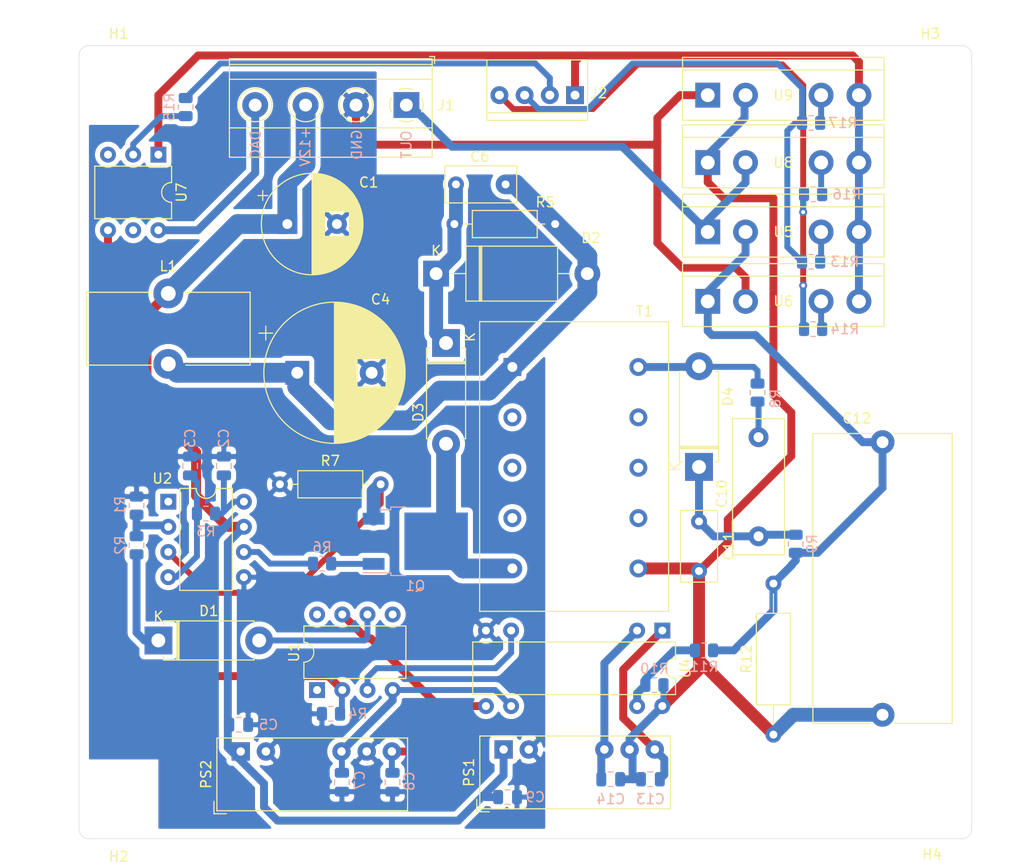
<source format=kicad_pcb>
(kicad_pcb (version 20171130) (host pcbnew "(5.1.10-1-10_14)")
  (layers (0 F.Cu signal) (31 B.Cu signal) (34 B.Paste user) (35 F.Paste user) (36 B.SilkS user) (37 F.SilkS user) (38 B.Mask user) (39 F.Mask user) (44 Edge.Cuts user))
  (net 0 "")
  (net 1 GND)
  (net 2 "Net-(C2-Pad1)")
  (net 3 "Net-(C3-Pad1)")
  (net 4 "Net-(C4-Pad1)")
  (net 5 "Net-(C7-Pad1)")
  (net 6 "Net-(C8-Pad1)")
  (net 7 GND2)
  (net 8 "Net-(C10-Pad1)")
  (net 9 "Net-(C13-Pad1)")
  (net 10 "Net-(C14-Pad1)")
  (net 11 "Net-(D1-Pad2)")
  (net 12 "Net-(D1-Pad1)")
  (net 13 "Net-(D3-Pad2)")
  (net 14 "Net-(D4-Pad2)")
  (net 15 dac_input)
  (net 16 HV_output)
  (net 17 set_negativ)
  (net 18 dac_relay)
  (net 19 common_anode)
  (net 20 set_positive)
  (net 21 "Net-(Q1-Pad3)")
  (net 22 "Net-(Q1-Pad1)")
  (net 23 "Net-(R1-Pad2)")
  (net 24 dac_in)
  (net 25 "Net-(R6-Pad2)")
  (net 26 feedback)
  (net 27 "Net-(R13-Pad1)")
  (net 28 "Net-(R14-Pad2)")
  (net 29 "Net-(R15-Pad2)")
  (net 30 "Net-(R16-Pad1)")
  (net 31 "Net-(U1-Pad3)")
  (net 32 "Net-(C6-Pad2)")
  (net 33 "Net-(C10-Pad2)")
  (net 34 "Net-(C12-Pad1)")
  (net 35 "Net-(R17-Pad2)")
  (net 36 +12V)
  (module Converter_DCDC:Converter_DCDC_XP_POWER-IHxxxxSH_THT (layer F.Cu) (at 136.3 142.2 90)
    (fp_text reference PS2 (at -2.31 -3.49 90) (layer F.SilkS))
    (fp_text value TMV1215D)
    (pad 6 thru_hole circle (at 0 15.24 90) (size 1.85 1.85) (drill 0.85) (layers *.Cu *.Mask) (net 6 "Net-(C8-Pad1)"))
    (pad 5 thru_hole circle (at 0 12.7 90) (size 1.85 1.85) (drill 0.85) (layers *.Cu *.Mask) (net 1 GND))
    (pad 4 thru_hole circle (at 0 10.16 90) (size 1.85 1.85) (drill 0.85) (layers *.Cu *.Mask) (net 5 "Net-(C7-Pad1)"))
    (pad 2 thru_hole circle (at 0 2.54 90) (size 1.85 1.85) (drill 0.85) (layers *.Cu *.Mask) (net 1 GND))
    (pad 1 thru_hole rect (at 0 0 90) (size 1.85 1.85) (drill 0.85) (layers *.Cu *.Mask) (net 36 +12V))
  )
  (module Converter_DCDC:Converter_DCDC_XP_POWER-IHxxxxSH_THT (layer F.Cu) (at 162.8 142 90)
    (fp_text reference PS1 (at -2.31 -3.49 90) (layer F.SilkS))
    (fp_text value TMV1215D)
    (pad 6 thru_hole circle (at 0 15.24 90) (size 1.85 1.85) (drill 0.85) (layers *.Cu *.Mask) (net 9 "Net-(C13-Pad1)"))
    (pad 5 thru_hole circle (at 0 12.7 90) (size 1.85 1.85) (drill 0.85) (layers *.Cu *.Mask) (net 7 GND2))
    (pad 4 thru_hole circle (at 0 10.16 90) (size 1.85 1.85) (drill 0.85) (layers *.Cu *.Mask) (net 10 "Net-(C14-Pad1)"))
    (pad 2 thru_hole circle (at 0 2.54 90) (size 1.85 1.85) (drill 0.85) (layers *.Cu *.Mask) (net 1 GND))
    (pad 1 thru_hole rect (at 0 0 90) (size 1.85 1.85) (drill 0.85) (layers *.Cu *.Mask) (net 36 +12V))
  )
  (module Resistor_SMD:R_0805_2012Metric (layer B.Cu) (at 178 135.5 180)
    (fp_text reference R10 (at 0 1.65) (layer B.SilkS) (effects (justify mirror)))
    (fp_text value "36k 1%")
    (pad 2 smd roundrect (at 0.9125 0 180) (size 1.025 1.4) (layers B.Cu B.Paste B.Mask) (roundrect_rratio 0.2439014634146341) (net 26 feedback))
    (pad 1 smd roundrect (at -0.9125 0 180) (size 1.025 1.4) (layers B.Cu B.Paste B.Mask) (roundrect_rratio 0.2439014634146341) (net 7 GND2))
  )
  (module MountingHole:MountingHole_3.2mm_M3 (layer F.Cu) (at 206 147)
    (fp_text reference H4 (at 0 5.6) (layer F.SilkS))
    (fp_text value MountingHole)
    (pad 1 np_thru_hole circle (at 0 0) (size 3.2 3.2) (drill 3.2) (layers *.Cu *.Mask))
  )
  (module MountingHole:MountingHole_3.2mm_M3 (layer F.Cu) (at 206 75)
    (fp_text reference H3 (at -0.2 -5.2) (layer F.SilkS))
    (fp_text value MountingHole)
    (pad 1 np_thru_hole circle (at 0 0) (size 3.2 3.2) (drill 3.2) (layers *.Cu *.Mask))
  )
  (module MountingHole:MountingHole_3.2mm_M3 (layer F.Cu) (at 124 147)
    (fp_text reference H2 (at 0 5.8) (layer F.SilkS))
    (fp_text value MountingHole)
    (pad 1 np_thru_hole circle (at 0 0) (size 3.2 3.2) (drill 3.2) (layers *.Cu *.Mask))
  )
  (module MountingHole:MountingHole_3.2mm_M3 (layer F.Cu) (at 124 75)
    (fp_text reference H1 (at 0 -5.2) (layer F.SilkS))
    (fp_text value MountingHole)
    (pad 1 np_thru_hole circle (at 0 0) (size 3.2 3.2) (drill 3.2) (layers *.Cu *.Mask))
  )
  (module OptoDevice:i4-PAC (layer F.Cu) (at 191 76)
    (fp_text reference U9 (at 0 0) (layer F.SilkS))
    (fp_text value CPC1977)
    (pad 4 thru_hole circle (at 7.62 0) (size 2.5 2.5) (drill 1.4) (layers *.Cu *.Mask) (net 19 common_anode))
    (pad 3 thru_hole circle (at 3.81 0) (size 2.5 2.5) (drill 1.4) (layers *.Cu *.Mask) (net 35 "Net-(R17-Pad2)"))
    (pad 2 thru_hole circle (at -3.81 0) (size 2.5 2.5) (drill 1.4) (layers *.Cu *.Mask) (net 7 GND2))
    (pad 1 thru_hole rect (at -7.62 0) (size 2.5 2.5) (drill 1.4) (layers *.Cu *.Mask) (net 1 GND))
  )
  (module OptoDevice:i4-PAC (layer F.Cu) (at 191 82.8)
    (fp_text reference U8 (at 0 0) (layer F.SilkS))
    (fp_text value CPC1977)
    (pad 4 thru_hole circle (at 7.62 0) (size 2.5 2.5) (drill 1.4) (layers *.Cu *.Mask) (net 19 common_anode))
    (pad 3 thru_hole circle (at 3.81 0) (size 2.5 2.5) (drill 1.4) (layers *.Cu *.Mask) (net 30 "Net-(R16-Pad1)"))
    (pad 2 thru_hole circle (at -3.81 0) (size 2.5 2.5) (drill 1.4) (layers *.Cu *.Mask) (net 16 HV_output))
    (pad 1 thru_hole rect (at -7.62 0) (size 2.5 2.5) (drill 1.4) (layers *.Cu *.Mask) (net 7 GND2))
  )
  (module Package_DIP:DIP-6_W7.62mm (layer F.Cu) (at 128 82 270)
    (fp_text reference U7 (at 3.81 -2.33 90) (layer F.SilkS))
    (fp_text value PVN012)
    (pad 6 thru_hole oval (at 7.62 0 270) (size 1.6 1.6) (drill 0.8) (layers *.Cu *.Mask) (net 15 dac_input))
    (pad 3 thru_hole oval (at 0 5.08 270) (size 1.6 1.6) (drill 0.8) (layers *.Cu *.Mask))
    (pad 5 thru_hole oval (at 7.62 2.54 270) (size 1.6 1.6) (drill 0.8) (layers *.Cu *.Mask))
    (pad 2 thru_hole oval (at 0 2.54 270) (size 1.6 1.6) (drill 0.8) (layers *.Cu *.Mask) (net 29 "Net-(R15-Pad2)"))
    (pad 4 thru_hole oval (at 7.62 5.08 270) (size 1.6 1.6) (drill 0.8) (layers *.Cu *.Mask) (net 24 dac_in))
    (pad 1 thru_hole rect (at 0 0 270) (size 1.6 1.6) (drill 0.8) (layers *.Cu *.Mask) (net 19 common_anode))
  )
  (module OptoDevice:i4-PAC (layer F.Cu) (at 191 96.8)
    (fp_text reference U6 (at 0 0) (layer F.SilkS))
    (fp_text value CPC1977)
    (pad 4 thru_hole circle (at 7.62 0) (size 2.5 2.5) (drill 1.4) (layers *.Cu *.Mask) (net 19 common_anode))
    (pad 3 thru_hole circle (at 3.81 0) (size 2.5 2.5) (drill 1.4) (layers *.Cu *.Mask) (net 28 "Net-(R14-Pad2)"))
    (pad 2 thru_hole circle (at -3.81 0) (size 2.5 2.5) (drill 1.4) (layers *.Cu *.Mask) (net 1 GND))
    (pad 1 thru_hole rect (at -7.62 0) (size 2.5 2.5) (drill 1.4) (layers *.Cu *.Mask) (net 34 "Net-(C12-Pad1)"))
  )
  (module OptoDevice:i4-PAC (layer F.Cu) (at 191 89.8)
    (fp_text reference U5 (at 0 0) (layer F.SilkS))
    (fp_text value CPC1977)
    (pad 4 thru_hole circle (at 7.62 0) (size 2.5 2.5) (drill 1.4) (layers *.Cu *.Mask) (net 19 common_anode))
    (pad 3 thru_hole circle (at 3.81 0) (size 2.5 2.5) (drill 1.4) (layers *.Cu *.Mask) (net 27 "Net-(R13-Pad1)"))
    (pad 2 thru_hole circle (at -3.81 0) (size 2.5 2.5) (drill 1.4) (layers *.Cu *.Mask) (net 34 "Net-(C12-Pad1)"))
    (pad 1 thru_hole rect (at -7.62 0) (size 2.5 2.5) (drill 1.4) (layers *.Cu *.Mask) (net 16 HV_output))
  )
  (module Package_DIP:DIP-8-16_W7.62mm (layer F.Cu) (at 178.8 130 270)
    (fp_text reference U4 (at 3.81 -2.33 90) (layer F.SilkS))
    (fp_text value ISO124P)
    (pad 8 thru_hole circle (at 7.62 0 270) (size 1.6 1.6) (drill 0.8) (layers *.Cu *.Mask) (net 7 GND2))
    (pad 4 thru_hole circle (at 0 17.78 270) (size 1.6 1.6) (drill 0.8) (layers *.Cu *.Mask) (net 1 GND))
    (pad 7 thru_hole circle (at 7.62 2.54 270) (size 1.6 1.6) (drill 0.8) (layers *.Cu *.Mask) (net 26 feedback))
    (pad 3 thru_hole circle (at 0 15.24 270) (size 1.6 1.6) (drill 0.8) (layers *.Cu *.Mask) (net 31 "Net-(U1-Pad3)"))
    (pad 6 thru_hole circle (at 7.62 15.24 270) (size 1.6 1.6) (drill 0.8) (layers *.Cu *.Mask) (net 5 "Net-(C7-Pad1)"))
    (pad 2 thru_hole circle (at 0 2.54 270) (size 1.6 1.6) (drill 0.8) (layers *.Cu *.Mask) (net 10 "Net-(C14-Pad1)"))
    (pad 5 thru_hole circle (at 7.62 17.78 270) (size 1.6 1.6) (drill 0.8) (layers *.Cu *.Mask) (net 6 "Net-(C8-Pad1)"))
    (pad 1 thru_hole rect (at 0 0 270) (size 1.6 1.6) (drill 0.8) (layers *.Cu *.Mask) (net 9 "Net-(C13-Pad1)"))
  )
  (module Package_DIP:DIP-8_W7.62mm (layer F.Cu) (at 129 117)
    (fp_text reference U2 (at -0.6 -2.33) (layer F.SilkS))
    (fp_text value UC3845)
    (pad 8 thru_hole oval (at 7.62 0) (size 1.6 1.6) (drill 0.8) (layers *.Cu *.Mask) (net 2 "Net-(C2-Pad1)"))
    (pad 4 thru_hole oval (at 0 7.62) (size 1.6 1.6) (drill 0.8) (layers *.Cu *.Mask) (net 3 "Net-(C3-Pad1)"))
    (pad 7 thru_hole oval (at 7.62 2.54) (size 1.6 1.6) (drill 0.8) (layers *.Cu *.Mask) (net 36 +12V))
    (pad 3 thru_hole oval (at 0 5.08) (size 1.6 1.6) (drill 0.8) (layers *.Cu *.Mask) (net 21 "Net-(Q1-Pad3)"))
    (pad 6 thru_hole oval (at 7.62 5.08) (size 1.6 1.6) (drill 0.8) (layers *.Cu *.Mask) (net 25 "Net-(R6-Pad2)"))
    (pad 2 thru_hole oval (at 0 2.54) (size 1.6 1.6) (drill 0.8) (layers *.Cu *.Mask) (net 23 "Net-(R1-Pad2)"))
    (pad 5 thru_hole oval (at 7.62 7.62) (size 1.6 1.6) (drill 0.8) (layers *.Cu *.Mask) (net 1 GND))
    (pad 1 thru_hole rect (at 0 0) (size 1.6 1.6) (drill 0.8) (layers *.Cu *.Mask))
  )
  (module Package_DIP:DIP-8_W7.62mm (layer F.Cu) (at 144 136 90)
    (fp_text reference U1 (at 3.81 -2.33 90) (layer F.SilkS))
    (fp_text value OP177)
    (pad 8 thru_hole oval (at 7.62 0 90) (size 1.6 1.6) (drill 0.8) (layers *.Cu *.Mask))
    (pad 4 thru_hole oval (at 0 7.62 90) (size 1.6 1.6) (drill 0.8) (layers *.Cu *.Mask) (net 5 "Net-(C7-Pad1)"))
    (pad 7 thru_hole oval (at 7.62 2.54 90) (size 1.6 1.6) (drill 0.8) (layers *.Cu *.Mask) (net 6 "Net-(C8-Pad1)"))
    (pad 3 thru_hole oval (at 0 5.08 90) (size 1.6 1.6) (drill 0.8) (layers *.Cu *.Mask) (net 31 "Net-(U1-Pad3)"))
    (pad 6 thru_hole oval (at 7.62 5.08 90) (size 1.6 1.6) (drill 0.8) (layers *.Cu *.Mask) (net 11 "Net-(D1-Pad2)"))
    (pad 2 thru_hole oval (at 0 2.54 90) (size 1.6 1.6) (drill 0.8) (layers *.Cu *.Mask) (net 24 dac_in))
    (pad 5 thru_hole oval (at 7.62 7.62 90) (size 1.6 1.6) (drill 0.8) (layers *.Cu *.Mask))
    (pad 1 thru_hole rect (at 0 0 90) (size 1.6 1.6) (drill 0.8) (layers *.Cu *.Mask))
  )
  (module Resistor_SMD:R_0805_2012Metric (layer B.Cu) (at 193.8 78.8)
    (fp_text reference R17 (at 3.2 0) (layer B.SilkS) (effects (justify mirror)))
    (fp_text value 1k)
    (pad 2 smd roundrect (at 0.9125 0) (size 1.025 1.4) (layers B.Cu B.Paste B.Mask) (roundrect_rratio 0.2439014634146341) (net 35 "Net-(R17-Pad2)"))
    (pad 1 smd roundrect (at -0.9125 0) (size 1.025 1.4) (layers B.Cu B.Paste B.Mask) (roundrect_rratio 0.2439014634146341) (net 20 set_positive))
  )
  (module Resistor_SMD:R_0805_2012Metric (layer B.Cu) (at 194 86 180)
    (fp_text reference R16 (at -3.4 0) (layer B.SilkS) (effects (justify mirror)))
    (fp_text value 1k)
    (pad 2 smd roundrect (at 0.9125 0 180) (size 1.025 1.4) (layers B.Cu B.Paste B.Mask) (roundrect_rratio 0.2439014634146341) (net 17 set_negativ))
    (pad 1 smd roundrect (at -0.9125 0 180) (size 1.025 1.4) (layers B.Cu B.Paste B.Mask) (roundrect_rratio 0.2439014634146341) (net 30 "Net-(R16-Pad1)"))
  )
  (module Resistor_SMD:R_0805_2012Metric (layer B.Cu) (at 130.75 77.2 270)
    (fp_text reference R15 (at 0 1.65 90) (layer B.SilkS) (effects (justify mirror)))
    (fp_text value 1k)
    (pad 2 smd roundrect (at 0.9125 0 270) (size 1.025 1.4) (layers B.Cu B.Paste B.Mask) (roundrect_rratio 0.2439014634146341) (net 29 "Net-(R15-Pad2)"))
    (pad 1 smd roundrect (at -0.9125 0 270) (size 1.025 1.4) (layers B.Cu B.Paste B.Mask) (roundrect_rratio 0.2439014634146341) (net 18 dac_relay))
  )
  (module Resistor_SMD:R_0805_2012Metric (layer B.Cu) (at 194 99.6)
    (fp_text reference R14 (at 3.2 0) (layer B.SilkS) (effects (justify mirror)))
    (fp_text value 1k)
    (pad 2 smd roundrect (at 0.9125 0) (size 1.025 1.4) (layers B.Cu B.Paste B.Mask) (roundrect_rratio 0.2439014634146341) (net 28 "Net-(R14-Pad2)"))
    (pad 1 smd roundrect (at -0.9125 0) (size 1.025 1.4) (layers B.Cu B.Paste B.Mask) (roundrect_rratio 0.2439014634146341) (net 17 set_negativ))
  )
  (module Resistor_SMD:R_0805_2012Metric (layer B.Cu) (at 193.8 92.8 180)
    (fp_text reference R13 (at -3.4 0) (layer B.SilkS) (effects (justify mirror)))
    (fp_text value 1k)
    (pad 2 smd roundrect (at 0.9125 0 180) (size 1.025 1.4) (layers B.Cu B.Paste B.Mask) (roundrect_rratio 0.2439014634146341) (net 20 set_positive))
    (pad 1 smd roundrect (at -0.9125 0 180) (size 1.025 1.4) (layers B.Cu B.Paste B.Mask) (roundrect_rratio 0.2439014634146341) (net 27 "Net-(R13-Pad1)"))
  )
  (module Resistor_THT:R_Axial_DIN0309_L9.0mm_D3.2mm_P15.24mm_Horizontal (layer F.Cu) (at 190 140.5 90)
    (fp_text reference R12 (at 7.62 -2.72 90) (layer F.SilkS))
    (fp_text value "500k 0.5W")
    (pad 2 thru_hole oval (at 15.24 0 90) (size 1.6 1.6) (drill 0.8) (layers *.Cu *.Mask) (net 34 "Net-(C12-Pad1)"))
    (pad 1 thru_hole circle (at 0 0 90) (size 1.6 1.6) (drill 0.8) (layers *.Cu *.Mask) (net 7 GND2))
  )
  (module Resistor_SMD:R_0805_2012Metric (layer B.Cu) (at 183 132)
    (fp_text reference R11 (at 0 1.65) (layer B.SilkS) (effects (justify mirror)))
    (fp_text value "1.5M 1%")
    (pad 2 smd roundrect (at 0.9125 0) (size 1.025 1.4) (layers B.Cu B.Paste B.Mask) (roundrect_rratio 0.2439014634146341) (net 34 "Net-(C12-Pad1)"))
    (pad 1 smd roundrect (at -0.9125 0) (size 1.025 1.4) (layers B.Cu B.Paste B.Mask) (roundrect_rratio 0.2439014634146341) (net 26 feedback))
  )
  (module Resistor_SMD:R_0805_2012Metric (layer B.Cu) (at 192.25 121.25 90)
    (fp_text reference R9 (at 0 1.65 90) (layer B.SilkS) (effects (justify mirror)))
    (fp_text value 1k)
    (pad 2 smd roundrect (at 0.9125 0 90) (size 1.025 1.4) (layers B.Cu B.Paste B.Mask) (roundrect_rratio 0.2439014634146341) (net 8 "Net-(C10-Pad1)"))
    (pad 1 smd roundrect (at -0.9125 0 90) (size 1.025 1.4) (layers B.Cu B.Paste B.Mask) (roundrect_rratio 0.2439014634146341) (net 34 "Net-(C12-Pad1)"))
  )
  (module Resistor_SMD:R_0805_2012Metric (layer B.Cu) (at 188.4 106 90)
    (fp_text reference R8 (at -0.6 1.8 90) (layer B.SilkS) (effects (justify mirror)))
    (fp_text value 1k)
    (pad 2 smd roundrect (at 0.9125 0 90) (size 1.025 1.4) (layers B.Cu B.Paste B.Mask) (roundrect_rratio 0.2439014634146341) (net 14 "Net-(D4-Pad2)"))
    (pad 1 smd roundrect (at -0.9125 0 90) (size 1.025 1.4) (layers B.Cu B.Paste B.Mask) (roundrect_rratio 0.2439014634146341) (net 33 "Net-(C10-Pad2)"))
  )
  (module Resistor_THT:R_Axial_DIN0207_L6.3mm_D2.5mm_P10.16mm_Horizontal (layer F.Cu) (at 140.25 115.25)
    (fp_text reference R7 (at 5.08 -2.37) (layer F.SilkS))
    (fp_text value "0.2 0.25W")
    (pad 2 thru_hole oval (at 10.16 0) (size 1.6 1.6) (drill 0.8) (layers *.Cu *.Mask) (net 21 "Net-(Q1-Pad3)"))
    (pad 1 thru_hole circle (at 0 0) (size 1.6 1.6) (drill 0.8) (layers *.Cu *.Mask) (net 1 GND))
  )
  (module Resistor_SMD:R_0805_2012Metric (layer B.Cu) (at 144.5 123.25 180)
    (fp_text reference R6 (at 0 1.65) (layer B.SilkS) (effects (justify mirror)))
    (fp_text value 20)
    (pad 2 smd roundrect (at 0.9125 0 180) (size 1.025 1.4) (layers B.Cu B.Paste B.Mask) (roundrect_rratio 0.2439014634146341) (net 25 "Net-(R6-Pad2)"))
    (pad 1 smd roundrect (at -0.9125 0 180) (size 1.025 1.4) (layers B.Cu B.Paste B.Mask) (roundrect_rratio 0.2439014634146341) (net 22 "Net-(Q1-Pad1)"))
  )
  (module Resistor_THT:R_Axial_DIN0207_L6.3mm_D2.5mm_P10.16mm_Horizontal (layer F.Cu) (at 168 89 180)
    (fp_text reference R5 (at 1 2.2) (layer F.SilkS))
    (fp_text value 27k)
    (pad 2 thru_hole oval (at 10.16 0 180) (size 1.6 1.6) (drill 0.8) (layers *.Cu *.Mask) (net 32 "Net-(C6-Pad2)"))
    (pad 1 thru_hole circle (at 0 0 180) (size 1.6 1.6) (drill 0.8) (layers *.Cu *.Mask) (net 4 "Net-(C4-Pad1)"))
  )
  (module Resistor_SMD:R_0805_2012Metric (layer B.Cu) (at 145.4 138.4)
    (fp_text reference R4 (at 2.7 0) (layer B.SilkS) (effects (justify mirror)))
    (fp_text value 100k)
    (pad 2 smd roundrect (at 0.9125 0) (size 1.025 1.4) (layers B.Cu B.Paste B.Mask) (roundrect_rratio 0.2439014634146341) (net 24 dac_in))
    (pad 1 smd roundrect (at -0.9125 0) (size 1.025 1.4) (layers B.Cu B.Paste B.Mask) (roundrect_rratio 0.2439014634146341) (net 1 GND))
  )
  (module Resistor_SMD:R_0805_2012Metric (layer B.Cu) (at 132.8 118.2)
    (fp_text reference R3 (at 0 1.8) (layer B.SilkS) (effects (justify mirror)))
    (fp_text value 6.8k)
    (pad 2 smd roundrect (at 0.9125 0) (size 1.025 1.4) (layers B.Cu B.Paste B.Mask) (roundrect_rratio 0.2439014634146341) (net 2 "Net-(C2-Pad1)"))
    (pad 1 smd roundrect (at -0.9125 0) (size 1.025 1.4) (layers B.Cu B.Paste B.Mask) (roundrect_rratio 0.2439014634146341) (net 3 "Net-(C3-Pad1)"))
  )
  (module Resistor_SMD:R_0805_2012Metric (layer B.Cu) (at 125.8 121.4 270)
    (fp_text reference R2 (at 0 1.65 90) (layer B.SilkS) (effects (justify mirror)))
    (fp_text value 10k)
    (pad 2 smd roundrect (at 0.9125 0 270) (size 1.025 1.4) (layers B.Cu B.Paste B.Mask) (roundrect_rratio 0.2439014634146341) (net 12 "Net-(D1-Pad1)"))
    (pad 1 smd roundrect (at -0.9125 0 270) (size 1.025 1.4) (layers B.Cu B.Paste B.Mask) (roundrect_rratio 0.2439014634146341) (net 23 "Net-(R1-Pad2)"))
  )
  (module Resistor_SMD:R_0805_2012Metric (layer B.Cu) (at 125.8 117.4 270)
    (fp_text reference R1 (at 0 1.65 90) (layer B.SilkS) (effects (justify mirror)))
    (fp_text value 10k)
    (pad 2 smd roundrect (at 0.9125 0 270) (size 1.025 1.4) (layers B.Cu B.Paste B.Mask) (roundrect_rratio 0.2439014634146341) (net 23 "Net-(R1-Pad2)"))
    (pad 1 smd roundrect (at -0.9125 0 270) (size 1.025 1.4) (layers B.Cu B.Paste B.Mask) (roundrect_rratio 0.2439014634146341) (net 1 GND))
  )
  (module Package_TO_SOT_SMD:TO-252-2 (layer B.Cu) (at 153.9 121)
    (fp_text reference Q1 (at 0 4.5) (layer B.SilkS) (effects (justify mirror)))
    (fp_text value IRF640NSTR)
    (pad 2 smd rect (at 2.1 0) (size 6.4 5.8) (layers B.Cu B.Mask) (net 13 "Net-(D3-Pad2)"))
    (pad 3 smd rect (at -4.2 -2.28) (size 2.2 1.2) (layers B.Cu B.Paste B.Mask) (net 21 "Net-(Q1-Pad3)"))
    (pad 1 smd rect (at -4.2 2.28) (size 2.2 1.2) (layers B.Cu B.Paste B.Mask) (net 22 "Net-(Q1-Pad1)"))
  )
  (module Inductor_THT:L_Toroid_Vertical_L16.3mm_W7.1mm_P7.11mm_Pulse_H (layer F.Cu) (at 129 96)
    (fp_text reference L1 (at 0 -2.75) (layer F.SilkS))
    (fp_text value 4uH)
    (pad 2 thru_hole circle (at 0 7.11) (size 3 3) (drill 1.5) (layers *.Cu *.Mask) (net 4 "Net-(C4-Pad1)"))
    (pad 1 thru_hole circle (at 0 0) (size 3 3) (drill 1.5) (layers *.Cu *.Mask) (net 36 +12V))
  )
  (module Connector_KF2510:KF2510_4pin (layer F.Cu) (at 170 76 270)
    (fp_text reference J2 (at -0.2 -2.4 180) (layer F.SilkS))
    (fp_text value Conn_01x04_Male)
    (pad 4 thru_hole circle (at 0 7.62 270) (size 1.8 1.8) (drill 0.9) (layers *.Cu *.Mask) (net 17 set_negativ))
    (pad 2 thru_hole circle (at 0 2.54 270) (size 1.8 1.8) (drill 0.9) (layers *.Cu *.Mask) (net 18 dac_relay))
    (pad 1 thru_hole rect (at 0 0 270) (size 1.8 1.8) (drill 0.9) (layers *.Cu *.Mask) (net 19 common_anode))
    (pad 3 thru_hole circle (at 0 5.08 270) (size 1.8 1.8) (drill 0.9) (layers *.Cu *.Mask) (net 20 set_positive))
  )
  (module TerminalBlock_Phoenix:TerminalBlock_Phoenix_MKDS-1,5-4-5.08_1x04_P5.08mm_Horizontal (layer F.Cu) (at 153 77 180)
    (fp_text reference J1 (at -4 0) (layer F.SilkS))
    (fp_text value Screw_Terminal_01x04)
    (pad 4 thru_hole circle (at 15.24 0 180) (size 2.6 2.6) (drill 1.3) (layers *.Cu *.Mask) (net 15 dac_input))
    (pad 3 thru_hole circle (at 10.16 0 180) (size 2.6 2.6) (drill 1.3) (layers *.Cu *.Mask) (net 36 +12V))
    (pad 2 thru_hole circle (at 5.08 0 180) (size 2.6 2.6) (drill 1.3) (layers *.Cu *.Mask) (net 1 GND))
    (pad 1 thru_hole rect (at 0 0 180) (size 2.6 2.6) (drill 1.3) (layers *.Cu *.Mask) (net 16 HV_output))
  )
  (module "Transformer_THT:EF25 E25.13.7_Vertical" (layer F.Cu) (at 169.4 113.8)
    (fp_text reference T1 (at 7.6 -16 180) (layer F.SilkS))
    (fp_text value Transfomer_1P_1S_custom)
    (pad 1 thru_hole rect (at -5.715 -10.38) (size 1.8 1.8) (drill 1) (layers *.Cu *.Mask) (net 4 "Net-(C4-Pad1)"))
    (pad 2 thru_hole circle (at -5.715 -5.3) (size 1.8 1.8) (drill 1) (layers *.Cu *.Mask))
    (pad 3 thru_hole circle (at -5.715 -0.22) (size 1.8 1.8) (drill 1) (layers *.Cu *.Mask))
    (pad 4 thru_hole circle (at -5.715 4.86) (size 1.8 1.8) (drill 1) (layers *.Cu *.Mask))
    (pad 5 thru_hole circle (at -5.715 9.94) (size 1.8 1.8) (drill 1) (layers *.Cu *.Mask) (net 13 "Net-(D3-Pad2)"))
    (pad 6 thru_hole circle (at 6.985 9.94) (size 1.8 1.8) (drill 1) (layers *.Cu *.Mask) (net 7 GND2))
    (pad 7 thru_hole circle (at 6.985 4.86) (size 1.8 1.8) (drill 1) (layers *.Cu *.Mask))
    (pad 8 thru_hole circle (at 6.985 -0.22) (size 1.8 1.8) (drill 1) (layers *.Cu *.Mask))
    (pad 9 thru_hole circle (at 6.985 -5.3) (size 1.8 1.8) (drill 1) (layers *.Cu *.Mask))
    (pad 10 thru_hole circle (at 6.985 -10.38) (size 1.8 1.8) (drill 1) (layers *.Cu *.Mask) (net 14 "Net-(D4-Pad2)"))
  )
  (module Diode_THT:D_5W_P10.16mm_Horizontal (layer F.Cu) (at 182.5 113.5 90)
    (fp_text reference D4 (at 7.1 2.9 90) (layer F.SilkS))
    (fp_text value UF4007)
    (fp_text user K (at 0 -2.4 90) (layer F.SilkS))
    (pad 2 thru_hole oval (at 10.16 0 90) (size 2.8 2.8) (drill 1.4) (layers *.Cu *.Mask) (net 14 "Net-(D4-Pad2)"))
    (pad 1 thru_hole rect (at 0 0 90) (size 2.8 2.8) (drill 1.4) (layers *.Cu *.Mask) (net 8 "Net-(C10-Pad1)"))
  )
  (module Diode_THT:D_5W_P10.16mm_Horizontal (layer F.Cu) (at 157 101 270)
    (fp_text reference D3 (at 7 2.8 90) (layer F.SilkS))
    (fp_text value UF4007)
    (fp_text user K (at -0.6 -2.4 90) (layer F.SilkS))
    (pad 2 thru_hole oval (at 10.16 0 270) (size 2.8 2.8) (drill 1.4) (layers *.Cu *.Mask) (net 13 "Net-(D3-Pad2)"))
    (pad 1 thru_hole rect (at 0 0 270) (size 2.8 2.8) (drill 1.4) (layers *.Cu *.Mask) (net 32 "Net-(C6-Pad2)"))
  )
  (module Diode_THT:D_DO-201AE_P15.24mm_Horizontal (layer F.Cu) (at 156 94)
    (fp_text reference D2 (at 15.6 -3.6) (layer F.SilkS))
    (fp_text value 1.5K100A)
    (fp_text user K (at 0 -2.3) (layer F.SilkS))
    (pad 2 thru_hole oval (at 15.24 0) (size 2.6 2.6) (drill 1.3) (layers *.Cu *.Mask) (net 4 "Net-(C4-Pad1)"))
    (pad 1 thru_hole rect (at 0 0) (size 2.6 2.6) (drill 1.3) (layers *.Cu *.Mask) (net 32 "Net-(C6-Pad2)"))
  )
  (module Diode_THT:D_5W_P10.16mm_Horizontal (layer F.Cu) (at 128 131)
    (fp_text reference D1 (at 5.08 -2.97) (layer F.SilkS))
    (fp_text value UF4007)
    (fp_text user K (at 0 -2.4) (layer F.SilkS))
    (pad 2 thru_hole oval (at 10.16 0) (size 2.8 2.8) (drill 1.4) (layers *.Cu *.Mask) (net 11 "Net-(D1-Pad2)"))
    (pad 1 thru_hole rect (at 0 0) (size 2.8 2.8) (drill 1.4) (layers *.Cu *.Mask) (net 12 "Net-(D1-Pad1)"))
  )
  (module Capacitor_SMD:C_0805_2012Metric (layer B.Cu) (at 177.6 145 180)
    (fp_text reference C13 (at 0 -2) (layer B.SilkS) (effects (justify mirror)))
    (fp_text value 1uF)
    (pad 2 smd roundrect (at 0.95 0 180) (size 1 1.45) (layers B.Cu B.Paste B.Mask) (net 7 GND2))
    (pad 1 smd roundrect (at -0.95 0 180) (size 1 1.45) (layers B.Cu B.Paste B.Mask) (net 9 "Net-(C13-Pad1)"))
  )
  (module Capacitor_SMD:C_0805_2012Metric (layer B.Cu) (at 163.2 146.8)
    (fp_text reference C9 (at 2.8 0) (layer B.SilkS) (effects (justify mirror)))
    (fp_text value 1uF)
    (pad 2 smd roundrect (at 0.95 0) (size 1 1.45) (layers B.Cu B.Paste B.Mask) (net 1 GND))
    (pad 1 smd roundrect (at -0.95 0) (size 1 1.45) (layers B.Cu B.Paste B.Mask) (net 36 +12V))
  )
  (module Capacitor_SMD:C_0805_2012Metric (layer B.Cu) (at 173.6 145)
    (fp_text reference C14 (at 0 2) (layer B.SilkS) (effects (justify mirror)))
    (fp_text value 1uF)
    (pad 2 smd roundrect (at 0.95 0) (size 1 1.45) (layers B.Cu B.Paste B.Mask) (net 7 GND2))
    (pad 1 smd roundrect (at -0.95 0) (size 1 1.45) (layers B.Cu B.Paste B.Mask) (net 10 "Net-(C14-Pad1)"))
  )
  (module Capacitor_THT:C_Rect_L29.0mm_W13.8mm_P27.50mm_MKT (layer F.Cu) (at 201 111 270)
    (fp_text reference C12 (at -2.4 2.6 180) (layer F.SilkS))
    (fp_text value "2.2uF 630V")
    (pad 2 thru_hole circle (at 27.5 0 270) (size 2.4 2.4) (drill 1.2) (layers *.Cu *.Mask) (net 7 GND2))
    (pad 1 thru_hole circle (at 0 0 270) (size 2.4 2.4) (drill 1.2) (layers *.Cu *.Mask) (net 34 "Net-(C12-Pad1)"))
  )
  (module Capacitor_SMD:C_0805_2012Metric (layer B.Cu) (at 146.5 145.3 270)
    (fp_text reference C7 (at -0.2 -1.8 90) (layer B.SilkS) (effects (justify mirror)))
    (fp_text value 1uF)
    (pad 2 smd roundrect (at 0.95 0 270) (size 1 1.45) (layers B.Cu B.Paste B.Mask) (net 1 GND))
    (pad 1 smd roundrect (at -0.95 0 270) (size 1 1.45) (layers B.Cu B.Paste B.Mask) (net 5 "Net-(C7-Pad1)"))
  )
  (module Capacitor_THT:C_Rect_L7.0mm_W3.5mm_P5.00mm (layer F.Cu) (at 182.5 119 270)
    (fp_text reference C11 (at 2.5 -3 90) (layer F.SilkS))
    (fp_text value "1nF 2kV")
    (pad 2 thru_hole circle (at 5 0 270) (size 1.6 1.6) (drill 0.8) (layers *.Cu *.Mask) (net 7 GND2))
    (pad 1 thru_hole circle (at 0 0 270) (size 1.6 1.6) (drill 0.8) (layers *.Cu *.Mask) (net 8 "Net-(C10-Pad1)"))
  )
  (module Capacitor_THT:C_Rect_L13.5mm_W5.0mm_P10.00mm_FKS3_FKP3_MKS4 (layer F.Cu) (at 188.5 120.5 90)
    (fp_text reference C10 (at 4.3 -3.7 90) (layer F.SilkS))
    (fp_text value "8pF 1kV")
    (pad 2 thru_hole circle (at 10 0 90) (size 2 2) (drill 1) (layers *.Cu *.Mask) (net 33 "Net-(C10-Pad2)"))
    (pad 1 thru_hole circle (at 0 0 90) (size 2 2) (drill 1) (layers *.Cu *.Mask) (net 8 "Net-(C10-Pad1)"))
  )
  (module Capacitor_SMD:C_0805_2012Metric (layer B.Cu) (at 151.6 145.3 270)
    (fp_text reference C8 (at -0.1 -1.7 90) (layer B.SilkS) (effects (justify mirror)))
    (fp_text value 1uF)
    (pad 2 smd roundrect (at 0.95 0 270) (size 1 1.45) (layers B.Cu B.Paste B.Mask) (net 1 GND))
    (pad 1 smd roundrect (at -0.95 0 270) (size 1 1.45) (layers B.Cu B.Paste B.Mask) (net 6 "Net-(C8-Pad1)"))
  )
  (module Capacitor_SMD:C_0805_2012Metric (layer B.Cu) (at 136.1 139.5)
    (fp_text reference C5 (at 3 0) (layer B.SilkS) (effects (justify mirror)))
    (fp_text value 1uF)
    (pad 2 smd roundrect (at 0.95 0) (size 1 1.45) (layers B.Cu B.Paste B.Mask) (net 1 GND))
    (pad 1 smd roundrect (at -0.95 0) (size 1 1.45) (layers B.Cu B.Paste B.Mask) (net 36 +12V))
  )
  (module Capacitor_THT:C_Rect_L7.0mm_W3.5mm_P5.00mm (layer F.Cu) (at 163 85 180)
    (fp_text reference C6 (at 2.6 2.8) (layer F.SilkS))
    (fp_text value 100nF)
    (pad 2 thru_hole circle (at 5 0 180) (size 1.6 1.6) (drill 0.8) (layers *.Cu *.Mask) (net 32 "Net-(C6-Pad2)"))
    (pad 1 thru_hole circle (at 0 0 180) (size 1.6 1.6) (drill 0.8) (layers *.Cu *.Mask) (net 4 "Net-(C4-Pad1)"))
  )
  (module Capacitor_THT:CP_Radial_D14.0mm_P7.50mm (layer F.Cu) (at 142 104)
    (fp_text reference C4 (at 8.4 -7.4) (layer F.SilkS))
    (fp_text value "2200uF 35v")
    (pad 2 thru_hole circle (at 7.5 0) (size 2.4 2.4) (drill 1.2) (layers *.Cu *.Mask) (net 1 GND))
    (pad 1 thru_hole rect (at 0 0) (size 2.4 2.4) (drill 1.2) (layers *.Cu *.Mask) (net 4 "Net-(C4-Pad1)"))
  )
  (module Capacitor_SMD:C_0805_2012Metric (layer B.Cu) (at 131.2 113.4 90)
    (fp_text reference C3 (at 2.8 0 90) (layer B.SilkS) (effects (justify mirror)))
    (fp_text value 2.2nF)
    (pad 2 smd roundrect (at 0.95 0 90) (size 1 1.45) (layers B.Cu B.Paste B.Mask) (net 1 GND))
    (pad 1 smd roundrect (at -0.95 0 90) (size 1 1.45) (layers B.Cu B.Paste B.Mask) (net 3 "Net-(C3-Pad1)"))
  )
  (module Capacitor_SMD:C_0805_2012Metric (layer B.Cu) (at 134.6 113.4 90)
    (fp_text reference C2 (at 2.8 0 90) (layer B.SilkS) (effects (justify mirror)))
    (fp_text value 22nF)
    (pad 2 smd roundrect (at 0.95 0 90) (size 1 1.45) (layers B.Cu B.Paste B.Mask) (net 1 GND))
    (pad 1 smd roundrect (at -0.95 0 90) (size 1 1.45) (layers B.Cu B.Paste B.Mask) (net 2 "Net-(C2-Pad1)"))
  )
  (module Capacitor_THT:CP_Radial_D10.0mm_P5.00mm (layer F.Cu) (at 141 89)
    (fp_text reference C1 (at 8.2 -4.2) (layer F.SilkS))
    (fp_text value "220uF 35v")
    (pad 2 thru_hole circle (at 5 0) (size 2 2) (drill 1) (layers *.Cu *.Mask) (net 1 GND))
    (pad 1 thru_hole rect (at 0 0) (size 2 2) (drill 1) (layers *.Cu *.Mask) (net 36 +12V))
  )
  (gr_text +12V (at 142.8 81.2 90) (layer B.SilkS) (effects (font (size 1 1)) (justify mirror)))
  (gr_text DAC (at 137.8 81 90) (layer B.SilkS) (effects (font (size 1 1)) (justify mirror)))
  (gr_text OUT (at 153 81 90) (layer B.SilkS) (effects (font (size 1 1)) (justify mirror)))
  (gr_text GND (at 148 81 90) (layer B.SilkS) (effects (font (size 1 1)) (justify mirror)))
  (gr_arc (start 209 72) (end 210 72) (angle -90) (layer Edge.Cuts) (width 0.05))
  (gr_arc (start 209 150) (end 209 151) (angle -90) (layer Edge.Cuts) (width 0.05))
  (gr_arc (start 121 150) (end 120 150) (angle -90) (layer Edge.Cuts) (width 0.05))
  (gr_arc (start 121 72) (end 121 71) (angle -90) (layer Edge.Cuts) (width 0.05))
  (gr_line (start 120 150) (end 120 72) (layer Edge.Cuts) (width 0.05))
  (gr_line (start 209 151) (end 121 151) (layer Edge.Cuts) (width 0.05))
  (gr_line (start 210 72) (end 210 150) (layer Edge.Cuts) (width 0.05))
  (gr_line (start 121 71) (end 209 71) (layer Edge.Cuts) (width 0.05))
  (segment (start 183.38 76) (end 180.6 76) (width 0.8) (layer F.Cu) (net 1))
  (segment (start 187.19 96.8) (end 187.19 94.39) (width 0.8) (layer F.Cu) (net 1))
  (segment (start 187.19 94.39) (end 186.2 93.4) (width 0.8) (layer F.Cu) (net 1))
  (segment (start 186.2 93.4) (end 180.8 93.4) (width 0.8) (layer F.Cu) (net 1))
  (segment (start 180.8 93.4) (end 178.3 90.9) (width 0.8) (layer F.Cu) (net 1))
  (segment (start 180.6 76) (end 178.3 78.3) (width 0.8) (layer F.Cu) (net 1))
  (segment (start 178 81) (end 178.3 80.7) (width 0.8) (layer F.Cu) (net 1))
  (segment (start 147.92 79.12) (end 149.8 81) (width 0.8) (layer F.Cu) (net 1))
  (segment (start 149.8 81) (end 178 81) (width 0.8) (layer F.Cu) (net 1))
  (segment (start 147.92 77) (end 147.92 79.12) (width 0.8) (layer F.Cu) (net 1))
  (segment (start 178.3 80.7) (end 178.3 78.3) (width 0.8) (layer F.Cu) (net 1))
  (segment (start 178.3 90.9) (end 178.3 80.7) (width 0.8) (layer F.Cu) (net 1))
  (segment (start 142.84 77) (end 142.84 82.96) (width 2) (layer B.Cu) (net 36))
  (segment (start 141 84.8) (end 141 89) (width 2) (layer B.Cu) (net 36))
  (segment (start 142.84 82.96) (end 141 84.8) (width 2) (layer B.Cu) (net 36))
  (segment (start 136 89) (end 129 96) (width 2) (layer B.Cu) (net 36))
  (segment (start 141 89) (end 136 89) (width 2) (layer B.Cu) (net 36))
  (segment (start 136.62 119.54) (end 134.94 119.54) (width 1) (layer F.Cu) (net 36))
  (segment (start 134.94 119.54) (end 131.8 116.4) (width 1) (layer F.Cu) (net 36))
  (segment (start 131.8 116.4) (end 131.8 112) (width 1) (layer F.Cu) (net 36))
  (segment (start 126.799999 98.200001) (end 129 96) (width 1) (layer F.Cu) (net 36))
  (segment (start 126.799999 106.999999) (end 126.799999 98.200001) (width 1) (layer F.Cu) (net 36))
  (segment (start 131.8 112) (end 126.799999 106.999999) (width 1) (layer F.Cu) (net 36))
  (segment (start 138.65 147.81) (end 138.65 146.55) (width 0.8) (layer B.Cu) (net 36))
  (segment (start 138.65 146.55) (end 138.65 145.45) (width 0.8) (layer B.Cu) (net 36))
  (segment (start 138.65 145.45) (end 135 141.8) (width 0.8) (layer B.Cu) (net 36))
  (segment (start 135 121.16) (end 136.62 119.54) (width 0.8) (layer B.Cu) (net 36))
  (segment (start 140.012001 149.172001) (end 158.227999 149.172001) (width 0.8) (layer B.Cu) (net 36))
  (segment (start 138.65 147.81) (end 140.012001 149.172001) (width 0.8) (layer B.Cu) (net 36))
  (segment (start 162.8 144.6) (end 162.8 142) (width 0.8) (layer B.Cu) (net 36))
  (segment (start 161 146.8) (end 160.8 146.6) (width 0.8) (layer B.Cu) (net 36))
  (segment (start 162.25 146.8) (end 161 146.8) (width 0.8) (layer B.Cu) (net 36))
  (segment (start 160.8 146.6) (end 162.8 144.6) (width 0.8) (layer B.Cu) (net 36))
  (segment (start 158.227999 149.172001) (end 160.8 146.6) (width 0.8) (layer B.Cu) (net 36))
  (segment (start 133.7125 118.2) (end 134.4 118.2) (width 0.6) (layer B.Cu) (net 2))
  (segment (start 135.6 117) (end 136.62 117) (width 0.6) (layer B.Cu) (net 2))
  (segment (start 134.6 118) (end 135.6 117) (width 0.6) (layer B.Cu) (net 2))
  (segment (start 134.6 114.55) (end 134.6 118) (width 0.6) (layer B.Cu) (net 2))
  (segment (start 134.4 118.2) (end 134.6 118) (width 0.6) (layer B.Cu) (net 2))
  (segment (start 131.8875 115.0375) (end 131.2 114.35) (width 0.6) (layer B.Cu) (net 3))
  (segment (start 131.8875 118.2) (end 131.8875 115.0375) (width 0.6) (layer B.Cu) (net 3))
  (segment (start 131.8875 118.2) (end 131.8875 122.5125) (width 0.6) (layer B.Cu) (net 3))
  (segment (start 129.78 124.62) (end 129 124.62) (width 0.6) (layer B.Cu) (net 3))
  (segment (start 131.8875 122.5125) (end 129.78 124.62) (width 0.6) (layer B.Cu) (net 3))
  (segment (start 129.89 104) (end 129 103.11) (width 2) (layer B.Cu) (net 4))
  (segment (start 142 104) (end 129.89 104) (width 2) (layer B.Cu) (net 4))
  (segment (start 142 104) (end 142 105.4) (width 2) (layer B.Cu) (net 4))
  (segment (start 142 105.4) (end 145.4 108.8) (width 2) (layer B.Cu) (net 4))
  (segment (start 145.4 108.8) (end 153.4 108.8) (width 2) (layer B.Cu) (net 4))
  (segment (start 153.4 108.8) (end 156.4 105.8) (width 2) (layer B.Cu) (net 4))
  (segment (start 161.305 105.8) (end 163.685 103.42) (width 2) (layer B.Cu) (net 4))
  (segment (start 156.4 105.8) (end 161.305 105.8) (width 2) (layer B.Cu) (net 4))
  (segment (start 164 85) (end 168 89) (width 2) (layer B.Cu) (net 4))
  (segment (start 163 85) (end 164 85) (width 2) (layer B.Cu) (net 4))
  (segment (start 171.24 92.24) (end 168 89) (width 2) (layer B.Cu) (net 4))
  (segment (start 171.24 94) (end 171.24 92.24) (width 2) (layer B.Cu) (net 4))
  (segment (start 171.24 95.865) (end 163.685 103.42) (width 2) (layer B.Cu) (net 4))
  (segment (start 171.24 94) (end 171.24 95.865) (width 2) (layer B.Cu) (net 4))
  (segment (start 161.94 136) (end 151.62 136) (width 0.6) (layer B.Cu) (net 5))
  (segment (start 163.56 137.62) (end 161.94 136) (width 0.6) (layer B.Cu) (net 5))
  (segment (start 151.62 137.04) (end 151.62 136) (width 0.8) (layer B.Cu) (net 5))
  (segment (start 146.46 142.2) (end 151.62 137.04) (width 0.8) (layer B.Cu) (net 5))
  (segment (start 146.5 142.24) (end 146.46 142.2) (width 0.6) (layer B.Cu) (net 5))
  (segment (start 146.5 144.35) (end 146.5 142.24) (width 0.6) (layer B.Cu) (net 5))
  (segment (start 151.54 144.29) (end 151.6 144.35) (width 0.6) (layer B.Cu) (net 6))
  (segment (start 151.54 142.2) (end 151.54 144.29) (width 0.6) (layer B.Cu) (net 6))
  (segment (start 151.54 142.2) (end 153.1 142.2) (width 0.8) (layer F.Cu) (net 6))
  (segment (start 157.68 137.62) (end 161.02 137.62) (width 0.8) (layer F.Cu) (net 6))
  (segment (start 156.777998 138.15) (end 149.427998 130.8) (width 0.8) (layer F.Cu) (net 6))
  (segment (start 157.15 138.15) (end 156.777998 138.15) (width 0.8) (layer F.Cu) (net 6))
  (segment (start 153.1 142.2) (end 157.15 138.15) (width 0.8) (layer F.Cu) (net 6))
  (segment (start 157.15 138.15) (end 157.68 137.62) (width 0.8) (layer F.Cu) (net 6))
  (segment (start 148.96 130.8) (end 146.54 128.38) (width 0.8) (layer F.Cu) (net 6))
  (segment (start 149.427998 130.8) (end 148.96 130.8) (width 0.8) (layer F.Cu) (net 6))
  (segment (start 192 138.5) (end 190 140.5) (width 1.4) (layer B.Cu) (net 7))
  (segment (start 201 138.5) (end 192 138.5) (width 1.4) (layer B.Cu) (net 7))
  (segment (start 182.24 123.74) (end 182.5 124) (width 1.2) (layer F.Cu) (net 7))
  (segment (start 176.385 123.74) (end 182.24 123.74) (width 1.2) (layer F.Cu) (net 7))
  (segment (start 182.5 133) (end 190 140.5) (width 1.2) (layer F.Cu) (net 7))
  (segment (start 182.5 124) (end 182.5 133) (width 1.2) (layer F.Cu) (net 7))
  (segment (start 182.5 133.92) (end 182.5 133) (width 1.2) (layer F.Cu) (net 7))
  (segment (start 178.8 137.62) (end 182.5 133.92) (width 1.2) (layer F.Cu) (net 7))
  (segment (start 187.09 76) (end 187.09 78.31) (width 0.8) (layer B.Cu) (net 7))
  (segment (start 183.38 82.02) (end 183.38 82.8) (width 0.8) (layer B.Cu) (net 7))
  (segment (start 187.09 78.31) (end 183.38 82.02) (width 0.8) (layer B.Cu) (net 7))
  (segment (start 183.38 82.8) (end 183.38 84.78) (width 0.8) (layer F.Cu) (net 7))
  (segment (start 183.38 84.78) (end 185 86.4) (width 0.8) (layer F.Cu) (net 7))
  (segment (start 185 86.4) (end 190 86.4) (width 0.8) (layer F.Cu) (net 7))
  (segment (start 190 86.4) (end 190 106.2) (width 0.8) (layer F.Cu) (net 7))
  (segment (start 190 106.2) (end 191.8 108) (width 0.8) (layer F.Cu) (net 7))
  (segment (start 191.8 108) (end 191.8 112.4) (width 0.8) (layer F.Cu) (net 7))
  (segment (start 191.8 112.4) (end 185.4 118.8) (width 0.8) (layer F.Cu) (net 7))
  (segment (start 185.4 121.1) (end 182.5 124) (width 0.8) (layer F.Cu) (net 7))
  (segment (start 185.4 118.8) (end 185.4 121.1) (width 0.8) (layer F.Cu) (net 7))
  (segment (start 178.9125 137.5075) (end 178.8 137.62) (width 0.6) (layer B.Cu) (net 7))
  (segment (start 178.9125 135.5) (end 178.9125 137.5075) (width 0.6) (layer B.Cu) (net 7))
  (segment (start 175.5 140.92) (end 178.8 137.62) (width 0.8) (layer B.Cu) (net 7))
  (segment (start 175.5 142) (end 175.5 140.92) (width 0.8) (layer B.Cu) (net 7))
  (segment (start 175.8 142.3) (end 175.5 142) (width 0.8) (layer B.Cu) (net 7))
  (segment (start 175.8 145) (end 175.8 142.3) (width 0.8) (layer B.Cu) (net 7))
  (segment (start 174.55 145) (end 175.8 145) (width 0.8) (layer B.Cu) (net 7))
  (segment (start 175.8 145) (end 176.65 145) (width 0.8) (layer B.Cu) (net 7))
  (segment (start 188.6625 120.3375) (end 188.5 120.5) (width 0.8) (layer B.Cu) (net 8))
  (segment (start 192.25 120.3375) (end 188.6625 120.3375) (width 0.8) (layer B.Cu) (net 8))
  (segment (start 184 120.5) (end 182.5 119) (width 0.8) (layer B.Cu) (net 8))
  (segment (start 188.5 120.5) (end 184 120.5) (width 0.8) (layer B.Cu) (net 8))
  (segment (start 182.5 119) (end 182.5 113.5) (width 0.8) (layer B.Cu) (net 8))
  (segment (start 174.859999 133.940001) (end 178.8 130) (width 0.8) (layer F.Cu) (net 9))
  (segment (start 174.859999 138.819999) (end 174.859999 133.940001) (width 0.8) (layer F.Cu) (net 9))
  (segment (start 178.04 142) (end 174.859999 138.819999) (width 0.8) (layer F.Cu) (net 9))
  (segment (start 178.04 142) (end 179 142.96) (width 0.8) (layer B.Cu) (net 9))
  (segment (start 179 144.55) (end 178.55 145) (width 0.8) (layer B.Cu) (net 9))
  (segment (start 179 142.96) (end 179 144.55) (width 0.8) (layer B.Cu) (net 9))
  (segment (start 172.96 133.3) (end 176.26 130) (width 0.8) (layer B.Cu) (net 10))
  (segment (start 172.96 142) (end 172.96 133.3) (width 0.8) (layer B.Cu) (net 10))
  (segment (start 172.65 142.31) (end 172.96 142) (width 0.8) (layer B.Cu) (net 10))
  (segment (start 172.65 145) (end 172.65 142.31) (width 0.8) (layer B.Cu) (net 10))
  (segment (start 149.08 128.38) (end 149.08 130.72) (width 0.6) (layer B.Cu) (net 11))
  (segment (start 148.8 131) (end 138.16 131) (width 0.6) (layer B.Cu) (net 11))
  (segment (start 149.08 130.72) (end 148.8 131) (width 0.6) (layer B.Cu) (net 11))
  (segment (start 128 131) (end 126.6 131) (width 0.8) (layer B.Cu) (net 12))
  (segment (start 126.6 131) (end 125.8 130.2) (width 0.8) (layer B.Cu) (net 12))
  (segment (start 125.8 130.2) (end 125.8 122.8) (width 0.8) (layer B.Cu) (net 12))
  (segment (start 157 120) (end 156 121) (width 2) (layer B.Cu) (net 13))
  (segment (start 157 111.16) (end 157 120) (width 2) (layer B.Cu) (net 13))
  (segment (start 158.74 123.74) (end 156 121) (width 2) (layer B.Cu) (net 13))
  (segment (start 163.685 123.74) (end 158.74 123.74) (width 2) (layer B.Cu) (net 13))
  (segment (start 182.42 103.42) (end 182.5 103.34) (width 0.8) (layer B.Cu) (net 14))
  (segment (start 176.385 103.42) (end 182.42 103.42) (width 0.8) (layer B.Cu) (net 14))
  (segment (start 188.4 105.0875) (end 188.4 103.8) (width 0.6) (layer B.Cu) (net 14))
  (segment (start 188.4 103.8) (end 188 103.4) (width 0.6) (layer B.Cu) (net 14))
  (segment (start 182.56 103.4) (end 182.5 103.34) (width 0.6) (layer B.Cu) (net 14))
  (segment (start 188 103.4) (end 182.56 103.4) (width 0.6) (layer B.Cu) (net 14))
  (segment (start 128 89.62) (end 131.98 89.62) (width 0.8) (layer B.Cu) (net 15))
  (segment (start 137.76 83.84) (end 137.76 77) (width 0.8) (layer B.Cu) (net 15))
  (segment (start 131.98 89.62) (end 137.76 83.84) (width 0.8) (layer B.Cu) (net 15))
  (segment (start 187.19 82.8) (end 187.19 84.81) (width 0.8) (layer B.Cu) (net 16))
  (segment (start 183.38 88.62) (end 183.38 89.8) (width 0.8) (layer B.Cu) (net 16))
  (segment (start 187.19 84.81) (end 183.38 88.62) (width 0.8) (layer B.Cu) (net 16))
  (segment (start 153 77) (end 153.4 77) (width 0.8) (layer B.Cu) (net 16))
  (segment (start 153.4 77) (end 157.6 81.2) (width 0.8) (layer B.Cu) (net 16))
  (segment (start 174.78 81.2) (end 183.38 89.8) (width 0.8) (layer B.Cu) (net 16))
  (segment (start 157.6 81.2) (end 174.78 81.2) (width 0.8) (layer B.Cu) (net 16))
  (segment (start 171.799999 77.400001) (end 176.29999 72.90001) (width 0.6) (layer F.Cu) (net 17))
  (segment (start 163.780001 77.400001) (end 171.799999 77.400001) (width 0.6) (layer F.Cu) (net 17))
  (segment (start 162.38 76) (end 163.780001 77.400001) (width 0.6) (layer F.Cu) (net 17))
  (segment (start 176.29999 72.90001) (end 190.90001 72.90001) (width 0.6) (layer F.Cu) (net 17))
  (segment (start 190.90001 72.90001) (end 193 75) (width 0.6) (layer F.Cu) (net 17))
  (segment (start 193 75) (end 193 87.8) (width 0.6) (layer F.Cu) (net 17))
  (segment (start 193 87.8) (end 193 95.2) (width 0.6) (layer F.Cu) (net 17))
  (via (at 193 87.8) (size 0.8) (drill 0.4) (layers F.Cu B.Cu) (net 17))
  (via (at 193 95.2) (size 0.8) (drill 0.4) (layers F.Cu B.Cu) (net 17))
  (segment (start 193 99.5125) (end 193.0875 99.6) (width 0.6) (layer B.Cu) (net 17))
  (segment (start 193 95.2) (end 193 99.5125) (width 0.6) (layer B.Cu) (net 17))
  (segment (start 193 86.0875) (end 193.0875 86) (width 0.6) (layer B.Cu) (net 17))
  (segment (start 193 87.8) (end 193 86.0875) (width 0.6) (layer B.Cu) (net 17))
  (segment (start 130.75 76.2875) (end 134.2375 72.8) (width 0.6) (layer B.Cu) (net 18))
  (segment (start 134.2375 72.8) (end 166 72.8) (width 0.6) (layer B.Cu) (net 18))
  (segment (start 167.46 74.26) (end 167.46 76) (width 0.6) (layer B.Cu) (net 18))
  (segment (start 166 72.8) (end 167.46 74.26) (width 0.6) (layer B.Cu) (net 18))
  (segment (start 198.62 96.8) (end 198.62 76) (width 0.8) (layer B.Cu) (net 19))
  (segment (start 128 76) (end 128 82) (width 0.8) (layer F.Cu) (net 19))
  (segment (start 132 72) (end 128 76) (width 0.8) (layer F.Cu) (net 19))
  (segment (start 198.62 72.64501) (end 197.97499 72) (width 0.8) (layer F.Cu) (net 19))
  (segment (start 198.62 76) (end 198.62 72.64501) (width 0.8) (layer F.Cu) (net 19))
  (segment (start 170 72.6) (end 170.6 72) (width 0.8) (layer F.Cu) (net 19))
  (segment (start 170 76) (end 170 72.6) (width 0.8) (layer F.Cu) (net 19))
  (segment (start 170.6 72) (end 132 72) (width 0.8) (layer F.Cu) (net 19))
  (segment (start 197.97499 72) (end 170.6 72) (width 0.8) (layer F.Cu) (net 19))
  (segment (start 192.8875 92.8) (end 191.4 91.3125) (width 0.6) (layer B.Cu) (net 20))
  (segment (start 191.4 91.3125) (end 191.4 79.6) (width 0.6) (layer B.Cu) (net 20))
  (segment (start 192.2 78.8) (end 192.8875 78.8) (width 0.6) (layer B.Cu) (net 20))
  (segment (start 191.4 79.6) (end 192.2 78.8) (width 0.6) (layer B.Cu) (net 20))
  (segment (start 171.300001 77.400001) (end 166.320001 77.400001) (width 0.6) (layer B.Cu) (net 20))
  (segment (start 173 75.700002) (end 171.300001 77.400001) (width 0.6) (layer B.Cu) (net 20))
  (segment (start 166.320001 77.400001) (end 164.92 76) (width 0.6) (layer B.Cu) (net 20))
  (segment (start 192.8875 75.2875) (end 190.4 72.8) (width 0.6) (layer B.Cu) (net 20))
  (segment (start 192.8875 78.8) (end 192.8875 75.2875) (width 0.6) (layer B.Cu) (net 20))
  (segment (start 173 75.700002) (end 173 75.6) (width 0.6) (layer B.Cu) (net 20))
  (segment (start 173 75.6) (end 175.8 72.8) (width 0.6) (layer B.Cu) (net 20))
  (segment (start 175.8 72.8) (end 190.4 72.8) (width 0.6) (layer B.Cu) (net 20))
  (segment (start 141.4 126.2) (end 150.41 117.19) (width 0.6) (layer F.Cu) (net 21))
  (segment (start 150.41 117.19) (end 150.41 115.25) (width 0.6) (layer F.Cu) (net 21))
  (segment (start 129 122.08) (end 132.840001 125.920001) (width 0.6) (layer F.Cu) (net 21))
  (segment (start 132.920001 125.920001) (end 133.2 126.2) (width 0.6) (layer F.Cu) (net 21))
  (segment (start 132.840001 125.920001) (end 132.920001 125.920001) (width 0.6) (layer F.Cu) (net 21))
  (segment (start 133.2 126.2) (end 141.4 126.2) (width 0.6) (layer F.Cu) (net 21))
  (segment (start 149.7 115.96) (end 150.41 115.25) (width 1.4) (layer B.Cu) (net 21))
  (segment (start 149.7 118.72) (end 149.7 115.96) (width 1.4) (layer B.Cu) (net 21))
  (segment (start 145.4425 123.28) (end 145.4125 123.25) (width 0.6) (layer B.Cu) (net 22))
  (segment (start 149.7 123.28) (end 145.4425 123.28) (width 0.6) (layer B.Cu) (net 22))
  (segment (start 128.86 119.4) (end 129 119.54) (width 0.8) (layer B.Cu) (net 23))
  (segment (start 125.8 118.3125) (end 125.8 119.4) (width 0.8) (layer B.Cu) (net 23))
  (segment (start 125.8 119.4) (end 128.86 119.4) (width 0.8) (layer B.Cu) (net 23))
  (segment (start 125.8 119.4) (end 125.8 120.4875) (width 0.8) (layer B.Cu) (net 23))
  (segment (start 146.5 136.04) (end 146.54 136) (width 0.6) (layer B.Cu) (net 24))
  (segment (start 146.5 138.3375) (end 146.5 136.04) (width 0.6) (layer B.Cu) (net 24))
  (segment (start 122.92 131.72) (end 122.92 89.62) (width 0.8) (layer F.Cu) (net 24))
  (segment (start 145.139999 134.599999) (end 125.799999 134.599999) (width 0.8) (layer F.Cu) (net 24))
  (segment (start 125.799999 134.599999) (end 122.92 131.72) (width 0.8) (layer F.Cu) (net 24))
  (segment (start 146.54 136) (end 145.139999 134.599999) (width 0.8) (layer F.Cu) (net 24))
  (segment (start 143.5875 123.25) (end 139.25 123.25) (width 0.6) (layer B.Cu) (net 25))
  (segment (start 138.08 122.08) (end 136.62 122.08) (width 0.6) (layer B.Cu) (net 25))
  (segment (start 139.25 123.25) (end 138.08 122.08) (width 0.6) (layer B.Cu) (net 25))
  (segment (start 182.0875 132) (end 180 132) (width 0.8) (layer B.Cu) (net 26))
  (segment (start 177.0875 134.9125) (end 177.0875 135.5) (width 0.8) (layer B.Cu) (net 26))
  (segment (start 180 132) (end 177.0875 134.9125) (width 0.8) (layer B.Cu) (net 26))
  (segment (start 176.26 136.3275) (end 177.0875 135.5) (width 0.8) (layer B.Cu) (net 26))
  (segment (start 176.26 137.62) (end 176.26 136.3275) (width 0.8) (layer B.Cu) (net 26))
  (segment (start 194.81 92.7025) (end 194.7125 92.8) (width 0.6) (layer B.Cu) (net 27))
  (segment (start 194.81 89.8) (end 194.81 92.7025) (width 0.6) (layer B.Cu) (net 27))
  (segment (start 194.81 99.4975) (end 194.9125 99.6) (width 0.6) (layer B.Cu) (net 28))
  (segment (start 194.81 96.8) (end 194.81 99.4975) (width 0.6) (layer B.Cu) (net 28))
  (segment (start 130.75 78.1125) (end 128.2875 78.1125) (width 0.6) (layer B.Cu) (net 29))
  (segment (start 125.46 80.94) (end 125.46 82) (width 0.6) (layer B.Cu) (net 29))
  (segment (start 128.2875 78.1125) (end 125.46 80.94) (width 0.6) (layer B.Cu) (net 29))
  (segment (start 194.81 85.8975) (end 194.9125 86) (width 0.6) (layer B.Cu) (net 30))
  (segment (start 194.81 82.8) (end 194.81 85.8975) (width 0.6) (layer B.Cu) (net 30))
  (segment (start 163.56 130) (end 163.56 132.24) (width 0.6) (layer B.Cu) (net 31))
  (segment (start 163.56 132.24) (end 162 133.8) (width 0.6) (layer B.Cu) (net 31))
  (segment (start 162 133.8) (end 150 133.8) (width 0.6) (layer B.Cu) (net 31))
  (segment (start 149.08 134.72) (end 149.08 136) (width 0.6) (layer B.Cu) (net 31))
  (segment (start 150 133.8) (end 149.08 134.72) (width 0.6) (layer B.Cu) (net 31))
  (segment (start 158 88.84) (end 157.84 89) (width 1.4) (layer B.Cu) (net 32))
  (segment (start 158 85) (end 158 88.84) (width 1.4) (layer B.Cu) (net 32))
  (segment (start 157.84 92.16) (end 156 94) (width 1.4) (layer B.Cu) (net 32))
  (segment (start 157.84 89) (end 157.84 92.16) (width 1.4) (layer B.Cu) (net 32))
  (segment (start 156 100) (end 157 101) (width 1.4) (layer B.Cu) (net 32))
  (segment (start 156 94) (end 156 100) (width 1.4) (layer B.Cu) (net 32))
  (segment (start 188.5 107.0125) (end 188.4 106.9125) (width 0.6) (layer B.Cu) (net 33))
  (segment (start 188.5 110.5) (end 188.5 107.0125) (width 0.6) (layer B.Cu) (net 33))
  (segment (start 190 125.26) (end 191.86 123.4) (width 0.8) (layer B.Cu) (net 34))
  (segment (start 191.86 123.4) (end 191.86 123.34) (width 0.8) (layer B.Cu) (net 34))
  (segment (start 192.25 122.95) (end 192.25 122.1625) (width 0.8) (layer B.Cu) (net 34))
  (segment (start 191.86 123.34) (end 192.25 122.95) (width 0.8) (layer B.Cu) (net 34))
  (segment (start 201 111) (end 201 115.6) (width 0.8) (layer B.Cu) (net 34))
  (segment (start 194.4375 122.1625) (end 192.25 122.1625) (width 0.8) (layer B.Cu) (net 34))
  (segment (start 201 115.6) (end 194.4375 122.1625) (width 0.8) (layer B.Cu) (net 34))
  (segment (start 187.19 89.8) (end 187.19 92.01) (width 0.8) (layer B.Cu) (net 34))
  (segment (start 183.38 95.82) (end 183.38 96.8) (width 0.8) (layer B.Cu) (net 34))
  (segment (start 187.19 92.01) (end 183.38 95.82) (width 0.8) (layer B.Cu) (net 34))
  (segment (start 201 111) (end 199 111) (width 0.8) (layer B.Cu) (net 34))
  (segment (start 199 111) (end 188.2 100.2) (width 0.8) (layer B.Cu) (net 34))
  (segment (start 188.2 100.2) (end 183.8 100.2) (width 0.8) (layer B.Cu) (net 34))
  (segment (start 183.38 99.78) (end 183.38 96.8) (width 0.8) (layer B.Cu) (net 34))
  (segment (start 183.8 100.2) (end 183.38 99.78) (width 0.8) (layer B.Cu) (net 34))
  (segment (start 183.9125 132) (end 186 132) (width 0.8) (layer B.Cu) (net 34))
  (segment (start 190 128) (end 190 125.26) (width 0.8) (layer B.Cu) (net 34))
  (segment (start 186 132) (end 190 128) (width 0.8) (layer B.Cu) (net 34))
  (segment (start 194.81 78.7025) (end 194.7125 78.8) (width 0.6) (layer B.Cu) (net 35))
  (segment (start 194.81 76) (end 194.81 78.7025) (width 0.6) (layer B.Cu) (net 35))
  (segment (start 135.4 142.2) (end 135 141.8) (width 0.8) (layer B.Cu) (net 36))
  (segment (start 136.3 142.2) (end 135.4 142.2) (width 0.8) (layer B.Cu) (net 36))
  (segment (start 135 139.8) (end 135 121.16) (width 0.8) (layer B.Cu) (net 36))
  (segment (start 135 141.8) (end 135 139.8) (width 0.8) (layer B.Cu) (net 36))
  (zone (net 1) (net_name GND) (layer B.Cu) (connect_pads (clearance 0.508)) (min_thickness 0.254) (fill yes (arc_segments 32) (thermal_gap 0.508) (thermal_bridge_width 0.508))
    (polygon (pts (xy 150 84) (xy 170 84) (xy 170 99) (xy 167 102) (xy 167 150) (xy 128 150) (xy 128 143) (xy 121 143) (xy 121 79) (xy 128 79) (xy 128 72) (xy 150 72)))
  )
)
</source>
